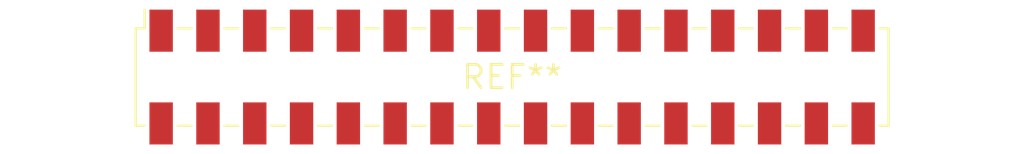
<source format=kicad_pcb>
(kicad_pcb (version 20240108) (generator pcbnew)
  (layers (0 "F.Cu" signal) (31 "B.Cu" signal) (34 "B.Paste" user) (35 "F.Paste" user) (36 "B.SilkS" user "B.Silkscreen") (37 "F.SilkS" user "F.Silkscreen") (38 "B.Mask" user) (39 "F.Mask" user) (44 "Edge.Cuts" user))
  (net 0 "")
  (footprint "Samtec_HLE-116-02-xxx-DV_2x16_P2.54mm_Horizontal" (layer "F.Cu") (at 0 0)
    (property "Reference" "REF**")
    (property "Value" "Samtec_HLE-116-02-xxx-DV_2x16_P2.54mm_Horizontal")
    (fp_line (start -20.43 -2.65) (end -20.43 2.65) (layer "F.SilkS") (stroke (width 0.12)))
    (fp_line (start -20.43 2.65) (end -19.945 2.65) (layer "F.SilkS") (stroke (width 0.12)))
    (fp_line (start -19.945 -3.67) (end -19.945 -2.65) (layer "F.SilkS") (stroke (width 0.12)))
    (fp_line (start -19.945 -2.65) (end -20.43 -2.65) (layer "F.SilkS") (stroke (width 0.12)))
    (fp_line (start -18.155 -2.65) (end -17.405 -2.65) (layer "F.SilkS") (stroke (width 0.12)))
    (fp_line (start -18.155 2.65) (end -17.405 2.65) (layer "F.SilkS") (stroke (width 0.12)))
    (fp_line (start -15.615 -2.65) (end -14.865 -2.65) (layer "F.SilkS") (stroke (width 0.12)))
    (fp_line (start -15.615 2.65) (end -14.865 2.65) (layer "F.SilkS") (stroke (width 0.12)))
    (fp_line (start -13.075 -2.65) (end -12.325 -2.65) (layer "F.SilkS") (stroke (width 0.12)))
    (fp_line (start -13.075 2.65) (end -12.325 2.65) (layer "F.SilkS") (stroke (width 0.12)))
    (fp_line (start -10.535 -2.65) (end -9.785 -2.65) (layer "F.SilkS") (stroke (width 0.12)))
    (fp_line (start -10.535 2.65) (end -9.785 2.65) (layer "F.SilkS") (stroke (width 0.12)))
    (fp_line (start -7.995 -2.65) (end -7.245 -2.65) (layer "F.SilkS") (stroke (width 0.12)))
    (fp_line (start -7.995 2.65) (end -7.245 2.65) (layer "F.SilkS") (stroke (width 0.12)))
    (fp_line (start -5.455 -2.65) (end -4.705 -2.65) (layer "F.SilkS") (stroke (width 0.12)))
    (fp_line (start -5.455 2.65) (end -4.705 2.65) (layer "F.SilkS") (stroke (width 0.12)))
    (fp_line (start -2.915 -2.65) (end -2.165 -2.65) (layer "F.SilkS") (stroke (width 0.12)))
    (fp_line (start -2.915 2.65) (end -2.165 2.65) (layer "F.SilkS") (stroke (width 0.12)))
    (fp_line (start -0.375 -2.65) (end 0.375 -2.65) (layer "F.SilkS") (stroke (width 0.12)))
    (fp_line (start -0.375 2.65) (end 0.375 2.65) (layer "F.SilkS") (stroke (width 0.12)))
    (fp_line (start 2.165 -2.65) (end 2.915 -2.65) (layer "F.SilkS") (stroke (width 0.12)))
    (fp_line (start 2.165 2.65) (end 2.915 2.65) (layer "F.SilkS") (stroke (width 0.12)))
    (fp_line (start 4.705 -2.65) (end 5.455 -2.65) (layer "F.SilkS") (stroke (width 0.12)))
    (fp_line (start 4.705 2.65) (end 5.455 2.65) (layer "F.SilkS") (stroke (width 0.12)))
    (fp_line (start 7.245 -2.65) (end 7.995 -2.65) (layer "F.SilkS") (stroke (width 0.12)))
    (fp_line (start 7.245 2.65) (end 7.995 2.65) (layer "F.SilkS") (stroke (width 0.12)))
    (fp_line (start 9.785 -2.65) (end 10.535 -2.65) (layer "F.SilkS") (stroke (width 0.12)))
    (fp_line (start 9.785 2.65) (end 10.535 2.65) (layer "F.SilkS") (stroke (width 0.12)))
    (fp_line (start 12.325 -2.65) (end 13.075 -2.65) (layer "F.SilkS") (stroke (width 0.12)))
    (fp_line (start 12.325 2.65) (end 13.075 2.65) (layer "F.SilkS") (stroke (width 0.12)))
    (fp_line (start 14.865 -2.65) (end 15.615 -2.65) (layer "F.SilkS") (stroke (width 0.12)))
    (fp_line (start 14.865 2.65) (end 15.615 2.65) (layer "F.SilkS") (stroke (width 0.12)))
    (fp_line (start 17.405 -2.65) (end 18.155 -2.65) (layer "F.SilkS") (stroke (width 0.12)))
    (fp_line (start 17.405 2.65) (end 18.155 2.65) (layer "F.SilkS") (stroke (width 0.12)))
    (fp_line (start 19.945 -2.65) (end 20.43 -2.65) (layer "F.SilkS") (stroke (width 0.12)))
    (fp_line (start 20.43 -2.65) (end 20.43 2.65) (layer "F.SilkS") (stroke (width 0.12)))
    (fp_line (start 20.43 2.65) (end 19.945 2.65) (layer "F.SilkS") (stroke (width 0.12)))
    (pad "1" smd rect (at -19.05 -2.525) (size 1.27 2.29) (layers "F.Cu" "F.Paste" "F.Mask"))
    (pad "2" smd rect (at -19.05 2.525) (size 1.27 2.29) (layers "F.Cu" "F.Paste" "F.Mask"))
    (pad "3" smd rect (at -16.51 -2.525) (size 1.27 2.29) (layers "F.Cu" "F.Paste" "F.Mask"))
    (pad "4" smd rect (at -16.51 2.525) (size 1.27 2.29) (layers "F.Cu" "F.Paste" "F.Mask"))
    (pad "5" smd rect (at -13.97 -2.525) (size 1.27 2.29) (layers "F.Cu" "F.Paste" "F.Mask"))
    (pad "6" smd rect (at -13.97 2.525) (size 1.27 2.29) (layers "F.Cu" "F.Paste" "F.Mask"))
    (pad "7" smd rect (at -11.43 -2.525) (size 1.27 2.29) (layers "F.Cu" "F.Paste" "F.Mask"))
    (pad "8" smd rect (at -11.43 2.525) (size 1.27 2.29) (layers "F.Cu" "F.Paste" "F.Mask"))
    (pad "9" smd rect (at -8.89 -2.525) (size 1.27 2.29) (layers "F.Cu" "F.Paste" "F.Mask"))
    (pad "10" smd rect (at -8.89 2.525) (size 1.27 2.29) (layers "F.Cu" "F.Paste" "F.Mask"))
    (pad "11" smd rect (at -6.35 -2.525) (size 1.27 2.29) (layers "F.Cu" "F.Paste" "F.Mask"))
    (pad "12" smd rect (at -6.35 2.525) (size 1.27 2.29) (layers "F.Cu" "F.Paste" "F.Mask"))
    (pad "13" smd rect (at -3.81 -2.525) (size 1.27 2.29) (layers "F.Cu" "F.Paste" "F.Mask"))
    (pad "14" smd rect (at -3.81 2.525) (size 1.27 2.29) (layers "F.Cu" "F.Paste" "F.Mask"))
    (pad "15" smd rect (at -1.27 -2.525) (size 1.27 2.29) (layers "F.Cu" "F.Paste" "F.Mask"))
    (pad "16" smd rect (at -1.27 2.525) (size 1.27 2.29) (layers "F.Cu" "F.Paste" "F.Mask"))
    (pad "17" smd rect (at 1.27 -2.525) (size 1.27 2.29) (layers "F.Cu" "F.Paste" "F.Mask"))
    (pad "18" smd rect (at 1.27 2.525) (size 1.27 2.29) (layers "F.Cu" "F.Paste" "F.Mask"))
    (pad "19" smd rect (at 3.81 -2.525) (size 1.27 2.29) (layers "F.Cu" "F.Paste" "F.Mask"))
    (pad "20" smd rect (at 3.81 2.525) (size 1.27 2.29) (layers "F.Cu" "F.Paste" "F.Mask"))
    (pad "21" smd rect (at 6.35 -2.525) (size 1.27 2.29) (layers "F.Cu" "F.Paste" "F.Mask"))
    (pad "22" smd rect (at 6.35 2.525) (size 1.27 2.29) (layers "F.Cu" "F.Paste" "F.Mask"))
    (pad "23" smd rect (at 8.89 -2.525) (size 1.27 2.29) (layers "F.Cu" "F.Paste" "F.Mask"))
    (pad "24" smd rect (at 8.89 2.525) (size 1.27 2.29) (layers "F.Cu" "F.Paste" "F.Mask"))
    (pad "25" smd rect (at 11.43 -2.525) (size 1.27 2.29) (layers "F.Cu" "F.Paste" "F.Mask"))
    (pad "26" smd rect (at 11.43 2.525) (size 1.27 2.29) (layers "F.Cu" "F.Paste" "F.Mask"))
    (pad "27" smd rect (at 13.97 -2.525) (size 1.27 2.29) (layers "F.Cu" "F.Paste" "F.Mask"))
    (pad "28" smd rect (at 13.97 2.525) (size 1.27 2.29) (layers "F.Cu" "F.Paste" "F.Mask"))
    (pad "29" smd rect (at 16.51 -2.525) (size 1.27 2.29) (layers "F.Cu" "F.Paste" "F.Mask"))
    (pad "30" smd rect (at 16.51 2.525) (size 1.27 2.29) (layers "F.Cu" "F.Paste" "F.Mask"))
    (pad "31" smd rect (at 19.05 -2.525) (size 1.27 2.29) (layers "F.Cu" "F.Paste" "F.Mask"))
    (pad "32" smd rect (at 19.05 2.525) (size 1.27 2.29) (layers "F.Cu" "F.Paste" "F.Mask"))
  )
)
</source>
